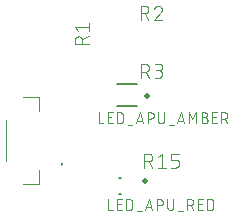
<source format=gbr>
G04 EAGLE Gerber RS-274X export*
G75*
%MOMM*%
%FSLAX34Y34*%
%LPD*%
%INSilkscreen Top*%
%IPPOS*%
%AMOC8*
5,1,8,0,0,1.08239X$1,22.5*%
G01*
%ADD10C,0.100000*%
%ADD11C,0.100000*%
%ADD12C,0.101600*%
%ADD13C,0.150000*%
%ADD14C,0.500000*%
%ADD15C,0.076200*%


D10*
X205317Y145037D03*
D11*
X205319Y144993D01*
X205325Y144950D01*
X205334Y144908D01*
X205347Y144866D01*
X205364Y144826D01*
X205384Y144787D01*
X205407Y144750D01*
X205434Y144716D01*
X205463Y144683D01*
X205496Y144654D01*
X205530Y144627D01*
X205567Y144604D01*
X205606Y144584D01*
X205646Y144567D01*
X205688Y144554D01*
X205730Y144545D01*
X205773Y144539D01*
X205817Y144537D01*
X205861Y144539D01*
X205904Y144545D01*
X205946Y144554D01*
X205988Y144567D01*
X206028Y144584D01*
X206067Y144604D01*
X206104Y144627D01*
X206138Y144654D01*
X206171Y144683D01*
X206200Y144716D01*
X206227Y144750D01*
X206250Y144787D01*
X206270Y144826D01*
X206287Y144866D01*
X206300Y144908D01*
X206309Y144950D01*
X206315Y144993D01*
X206317Y145037D01*
D10*
X206317Y145037D03*
D11*
X206315Y145081D01*
X206309Y145124D01*
X206300Y145166D01*
X206287Y145208D01*
X206270Y145248D01*
X206250Y145287D01*
X206227Y145324D01*
X206200Y145358D01*
X206171Y145391D01*
X206138Y145420D01*
X206104Y145447D01*
X206067Y145470D01*
X206028Y145490D01*
X205988Y145507D01*
X205946Y145520D01*
X205904Y145529D01*
X205861Y145535D01*
X205817Y145537D01*
X205773Y145535D01*
X205730Y145529D01*
X205688Y145520D01*
X205646Y145507D01*
X205606Y145490D01*
X205567Y145470D01*
X205530Y145447D01*
X205496Y145420D01*
X205463Y145391D01*
X205434Y145358D01*
X205407Y145324D01*
X205384Y145287D01*
X205364Y145248D01*
X205347Y145208D01*
X205334Y145166D01*
X205325Y145124D01*
X205319Y145081D01*
X205317Y145037D01*
X186667Y128387D02*
X172817Y128387D01*
X186667Y128387D02*
X186667Y140037D01*
X186667Y190037D02*
X186667Y201687D01*
X172817Y201687D01*
X158967Y182537D02*
X158967Y147537D01*
D12*
X217033Y246526D02*
X228717Y246526D01*
X217033Y246526D02*
X217033Y249772D01*
X217035Y249885D01*
X217041Y249998D01*
X217051Y250111D01*
X217065Y250224D01*
X217082Y250336D01*
X217104Y250447D01*
X217129Y250557D01*
X217159Y250667D01*
X217192Y250775D01*
X217229Y250882D01*
X217269Y250988D01*
X217314Y251092D01*
X217362Y251195D01*
X217413Y251296D01*
X217468Y251395D01*
X217526Y251492D01*
X217588Y251587D01*
X217653Y251680D01*
X217721Y251770D01*
X217792Y251858D01*
X217867Y251944D01*
X217944Y252027D01*
X218024Y252107D01*
X218107Y252184D01*
X218193Y252259D01*
X218281Y252330D01*
X218371Y252398D01*
X218464Y252463D01*
X218559Y252525D01*
X218656Y252583D01*
X218755Y252638D01*
X218856Y252689D01*
X218959Y252737D01*
X219063Y252782D01*
X219169Y252822D01*
X219276Y252859D01*
X219384Y252892D01*
X219494Y252922D01*
X219604Y252947D01*
X219715Y252969D01*
X219827Y252986D01*
X219940Y253000D01*
X220053Y253010D01*
X220166Y253016D01*
X220279Y253018D01*
X220392Y253016D01*
X220505Y253010D01*
X220618Y253000D01*
X220731Y252986D01*
X220843Y252969D01*
X220954Y252947D01*
X221064Y252922D01*
X221174Y252892D01*
X221282Y252859D01*
X221389Y252822D01*
X221495Y252782D01*
X221599Y252737D01*
X221702Y252689D01*
X221803Y252638D01*
X221902Y252583D01*
X221999Y252525D01*
X222094Y252463D01*
X222187Y252398D01*
X222277Y252330D01*
X222365Y252259D01*
X222451Y252184D01*
X222534Y252107D01*
X222614Y252027D01*
X222691Y251944D01*
X222766Y251858D01*
X222837Y251770D01*
X222905Y251680D01*
X222970Y251587D01*
X223032Y251492D01*
X223090Y251395D01*
X223145Y251296D01*
X223196Y251195D01*
X223244Y251092D01*
X223289Y250988D01*
X223329Y250882D01*
X223366Y250775D01*
X223399Y250667D01*
X223429Y250557D01*
X223454Y250447D01*
X223476Y250336D01*
X223493Y250224D01*
X223507Y250111D01*
X223517Y249998D01*
X223523Y249885D01*
X223525Y249772D01*
X223525Y246526D01*
X223525Y250421D02*
X228717Y253018D01*
X219630Y257883D02*
X217033Y261128D01*
X228717Y261128D01*
X228717Y257883D02*
X228717Y264374D01*
X272880Y267278D02*
X272880Y278962D01*
X276125Y278962D01*
X276125Y278963D02*
X276238Y278961D01*
X276351Y278955D01*
X276464Y278945D01*
X276577Y278931D01*
X276689Y278914D01*
X276800Y278892D01*
X276910Y278867D01*
X277020Y278837D01*
X277128Y278804D01*
X277235Y278767D01*
X277341Y278727D01*
X277445Y278682D01*
X277548Y278634D01*
X277649Y278583D01*
X277748Y278528D01*
X277845Y278470D01*
X277940Y278408D01*
X278033Y278343D01*
X278123Y278275D01*
X278211Y278204D01*
X278297Y278129D01*
X278380Y278052D01*
X278460Y277972D01*
X278537Y277889D01*
X278612Y277803D01*
X278683Y277715D01*
X278751Y277625D01*
X278816Y277532D01*
X278878Y277437D01*
X278936Y277340D01*
X278991Y277241D01*
X279042Y277140D01*
X279090Y277037D01*
X279135Y276933D01*
X279175Y276827D01*
X279212Y276720D01*
X279245Y276612D01*
X279275Y276502D01*
X279300Y276392D01*
X279322Y276281D01*
X279339Y276169D01*
X279353Y276056D01*
X279363Y275943D01*
X279369Y275830D01*
X279371Y275717D01*
X279369Y275604D01*
X279363Y275491D01*
X279353Y275378D01*
X279339Y275265D01*
X279322Y275153D01*
X279300Y275042D01*
X279275Y274932D01*
X279245Y274822D01*
X279212Y274714D01*
X279175Y274607D01*
X279135Y274501D01*
X279090Y274397D01*
X279042Y274294D01*
X278991Y274193D01*
X278936Y274094D01*
X278878Y273997D01*
X278816Y273902D01*
X278751Y273809D01*
X278683Y273719D01*
X278612Y273631D01*
X278537Y273545D01*
X278460Y273462D01*
X278380Y273382D01*
X278297Y273305D01*
X278211Y273230D01*
X278123Y273159D01*
X278033Y273091D01*
X277940Y273026D01*
X277845Y272964D01*
X277748Y272906D01*
X277649Y272851D01*
X277548Y272800D01*
X277445Y272752D01*
X277341Y272707D01*
X277235Y272667D01*
X277128Y272630D01*
X277020Y272597D01*
X276910Y272567D01*
X276800Y272542D01*
X276689Y272520D01*
X276577Y272503D01*
X276464Y272489D01*
X276351Y272479D01*
X276238Y272473D01*
X276125Y272471D01*
X272880Y272471D01*
X276775Y272471D02*
X279371Y267278D01*
X290727Y276041D02*
X290725Y276148D01*
X290719Y276254D01*
X290709Y276360D01*
X290696Y276466D01*
X290678Y276572D01*
X290657Y276676D01*
X290632Y276780D01*
X290603Y276883D01*
X290571Y276984D01*
X290534Y277084D01*
X290494Y277183D01*
X290451Y277281D01*
X290404Y277377D01*
X290353Y277471D01*
X290299Y277563D01*
X290242Y277653D01*
X290182Y277741D01*
X290118Y277826D01*
X290051Y277909D01*
X289981Y277990D01*
X289909Y278068D01*
X289833Y278144D01*
X289755Y278216D01*
X289674Y278286D01*
X289591Y278353D01*
X289506Y278417D01*
X289418Y278477D01*
X289328Y278534D01*
X289236Y278588D01*
X289142Y278639D01*
X289046Y278686D01*
X288948Y278729D01*
X288849Y278769D01*
X288749Y278806D01*
X288648Y278838D01*
X288545Y278867D01*
X288441Y278892D01*
X288337Y278913D01*
X288231Y278931D01*
X288125Y278944D01*
X288019Y278954D01*
X287913Y278960D01*
X287806Y278962D01*
X287685Y278960D01*
X287564Y278954D01*
X287444Y278944D01*
X287323Y278931D01*
X287204Y278913D01*
X287084Y278892D01*
X286966Y278867D01*
X286849Y278838D01*
X286732Y278805D01*
X286617Y278769D01*
X286503Y278728D01*
X286390Y278685D01*
X286278Y278637D01*
X286169Y278586D01*
X286061Y278531D01*
X285954Y278473D01*
X285850Y278412D01*
X285748Y278347D01*
X285648Y278279D01*
X285550Y278208D01*
X285454Y278134D01*
X285361Y278057D01*
X285271Y277976D01*
X285183Y277893D01*
X285098Y277807D01*
X285015Y277718D01*
X284936Y277627D01*
X284859Y277533D01*
X284786Y277437D01*
X284716Y277339D01*
X284649Y277238D01*
X284585Y277135D01*
X284525Y277030D01*
X284468Y276923D01*
X284414Y276815D01*
X284364Y276705D01*
X284318Y276593D01*
X284275Y276480D01*
X284236Y276365D01*
X289754Y273769D02*
X289833Y273846D01*
X289909Y273927D01*
X289982Y274010D01*
X290052Y274095D01*
X290119Y274183D01*
X290183Y274273D01*
X290243Y274365D01*
X290300Y274460D01*
X290354Y274556D01*
X290405Y274654D01*
X290452Y274754D01*
X290496Y274856D01*
X290536Y274959D01*
X290572Y275063D01*
X290604Y275169D01*
X290633Y275275D01*
X290658Y275383D01*
X290680Y275491D01*
X290697Y275601D01*
X290711Y275710D01*
X290720Y275820D01*
X290726Y275931D01*
X290728Y276041D01*
X289754Y273769D02*
X284236Y267278D01*
X290727Y267278D01*
X276052Y153676D02*
X276052Y141992D01*
X276052Y153676D02*
X279297Y153676D01*
X279410Y153674D01*
X279523Y153668D01*
X279636Y153658D01*
X279749Y153644D01*
X279861Y153627D01*
X279972Y153605D01*
X280082Y153580D01*
X280192Y153550D01*
X280300Y153517D01*
X280407Y153480D01*
X280513Y153440D01*
X280617Y153395D01*
X280720Y153347D01*
X280821Y153296D01*
X280920Y153241D01*
X281017Y153183D01*
X281112Y153121D01*
X281205Y153056D01*
X281295Y152988D01*
X281383Y152917D01*
X281469Y152842D01*
X281552Y152765D01*
X281632Y152685D01*
X281709Y152602D01*
X281784Y152516D01*
X281855Y152428D01*
X281923Y152338D01*
X281988Y152245D01*
X282050Y152150D01*
X282108Y152053D01*
X282163Y151954D01*
X282214Y151853D01*
X282262Y151750D01*
X282307Y151646D01*
X282347Y151540D01*
X282384Y151433D01*
X282417Y151325D01*
X282447Y151215D01*
X282472Y151105D01*
X282494Y150994D01*
X282511Y150882D01*
X282525Y150769D01*
X282535Y150656D01*
X282541Y150543D01*
X282543Y150430D01*
X282541Y150317D01*
X282535Y150204D01*
X282525Y150091D01*
X282511Y149978D01*
X282494Y149866D01*
X282472Y149755D01*
X282447Y149645D01*
X282417Y149535D01*
X282384Y149427D01*
X282347Y149320D01*
X282307Y149214D01*
X282262Y149110D01*
X282214Y149007D01*
X282163Y148906D01*
X282108Y148807D01*
X282050Y148710D01*
X281988Y148615D01*
X281923Y148522D01*
X281855Y148432D01*
X281784Y148344D01*
X281709Y148258D01*
X281632Y148175D01*
X281552Y148095D01*
X281469Y148018D01*
X281383Y147943D01*
X281295Y147872D01*
X281205Y147804D01*
X281112Y147739D01*
X281017Y147677D01*
X280920Y147619D01*
X280821Y147564D01*
X280720Y147513D01*
X280617Y147465D01*
X280513Y147420D01*
X280407Y147380D01*
X280300Y147343D01*
X280192Y147310D01*
X280082Y147280D01*
X279972Y147255D01*
X279861Y147233D01*
X279749Y147216D01*
X279636Y147202D01*
X279523Y147192D01*
X279410Y147186D01*
X279297Y147184D01*
X276052Y147184D01*
X279946Y147184D02*
X282543Y141992D01*
X287408Y151079D02*
X290654Y153676D01*
X290654Y141992D01*
X293899Y141992D02*
X287408Y141992D01*
X298838Y141992D02*
X302733Y141992D01*
X302832Y141994D01*
X302932Y142000D01*
X303031Y142009D01*
X303129Y142022D01*
X303227Y142039D01*
X303325Y142060D01*
X303421Y142085D01*
X303516Y142113D01*
X303610Y142145D01*
X303703Y142180D01*
X303795Y142219D01*
X303885Y142262D01*
X303973Y142307D01*
X304060Y142357D01*
X304144Y142409D01*
X304227Y142465D01*
X304307Y142523D01*
X304385Y142585D01*
X304460Y142650D01*
X304533Y142718D01*
X304603Y142788D01*
X304671Y142861D01*
X304736Y142936D01*
X304798Y143014D01*
X304856Y143094D01*
X304912Y143177D01*
X304964Y143261D01*
X305014Y143348D01*
X305059Y143436D01*
X305102Y143526D01*
X305141Y143618D01*
X305176Y143711D01*
X305208Y143805D01*
X305236Y143900D01*
X305261Y143996D01*
X305282Y144094D01*
X305299Y144192D01*
X305312Y144290D01*
X305321Y144389D01*
X305327Y144489D01*
X305329Y144588D01*
X305329Y145886D01*
X305327Y145985D01*
X305321Y146085D01*
X305312Y146184D01*
X305299Y146282D01*
X305282Y146380D01*
X305261Y146478D01*
X305236Y146574D01*
X305208Y146669D01*
X305176Y146763D01*
X305141Y146856D01*
X305102Y146948D01*
X305059Y147038D01*
X305014Y147126D01*
X304964Y147213D01*
X304912Y147297D01*
X304856Y147380D01*
X304798Y147460D01*
X304736Y147538D01*
X304671Y147613D01*
X304603Y147686D01*
X304533Y147756D01*
X304460Y147824D01*
X304385Y147889D01*
X304307Y147951D01*
X304227Y148009D01*
X304144Y148065D01*
X304060Y148117D01*
X303973Y148167D01*
X303885Y148212D01*
X303795Y148255D01*
X303703Y148294D01*
X303610Y148329D01*
X303516Y148361D01*
X303421Y148389D01*
X303325Y148414D01*
X303227Y148435D01*
X303129Y148452D01*
X303031Y148465D01*
X302932Y148474D01*
X302832Y148480D01*
X302733Y148482D01*
X302733Y148483D02*
X298838Y148483D01*
X298838Y153676D01*
X305329Y153676D01*
D13*
X256156Y133238D02*
X254656Y133238D01*
X254656Y119738D02*
X256156Y119738D01*
D14*
X276156Y130238D03*
D15*
X245064Y115114D02*
X245064Y105876D01*
X249170Y105876D01*
X252864Y105876D02*
X256970Y105876D01*
X252864Y105876D02*
X252864Y115114D01*
X256970Y115114D01*
X255943Y111008D02*
X252864Y111008D01*
X260647Y115114D02*
X260647Y105876D01*
X260647Y115114D02*
X263213Y115114D01*
X263311Y115112D01*
X263409Y115106D01*
X263507Y115097D01*
X263605Y115084D01*
X263702Y115067D01*
X263798Y115047D01*
X263893Y115022D01*
X263987Y114994D01*
X264080Y114963D01*
X264172Y114928D01*
X264263Y114889D01*
X264352Y114848D01*
X264439Y114802D01*
X264524Y114754D01*
X264608Y114702D01*
X264689Y114647D01*
X264769Y114589D01*
X264846Y114528D01*
X264920Y114464D01*
X264992Y114397D01*
X265062Y114327D01*
X265129Y114255D01*
X265193Y114181D01*
X265254Y114104D01*
X265312Y114024D01*
X265367Y113943D01*
X265419Y113859D01*
X265467Y113774D01*
X265513Y113687D01*
X265554Y113598D01*
X265593Y113507D01*
X265628Y113415D01*
X265659Y113322D01*
X265687Y113228D01*
X265712Y113133D01*
X265732Y113037D01*
X265749Y112940D01*
X265762Y112842D01*
X265771Y112744D01*
X265777Y112646D01*
X265779Y112548D01*
X265779Y108442D01*
X265777Y108344D01*
X265771Y108246D01*
X265762Y108148D01*
X265749Y108050D01*
X265732Y107953D01*
X265712Y107857D01*
X265687Y107762D01*
X265659Y107668D01*
X265628Y107575D01*
X265593Y107483D01*
X265554Y107392D01*
X265513Y107303D01*
X265467Y107216D01*
X265419Y107131D01*
X265367Y107047D01*
X265312Y106966D01*
X265254Y106886D01*
X265193Y106809D01*
X265129Y106735D01*
X265062Y106663D01*
X264992Y106593D01*
X264920Y106526D01*
X264846Y106462D01*
X264769Y106401D01*
X264689Y106343D01*
X264608Y106288D01*
X264524Y106236D01*
X264439Y106188D01*
X264352Y106142D01*
X264263Y106101D01*
X264172Y106062D01*
X264080Y106027D01*
X263987Y105996D01*
X263893Y105968D01*
X263798Y105943D01*
X263702Y105923D01*
X263605Y105906D01*
X263507Y105893D01*
X263409Y105884D01*
X263311Y105878D01*
X263213Y105876D01*
X260647Y105876D01*
X269560Y104850D02*
X273666Y104850D01*
X276633Y105876D02*
X279713Y115114D01*
X282792Y105876D01*
X282022Y108186D02*
X277403Y108186D01*
X286577Y105876D02*
X286577Y115114D01*
X289143Y115114D01*
X289242Y115112D01*
X289342Y115106D01*
X289441Y115097D01*
X289539Y115083D01*
X289637Y115066D01*
X289735Y115045D01*
X289831Y115020D01*
X289926Y114991D01*
X290021Y114959D01*
X290113Y114923D01*
X290205Y114884D01*
X290295Y114841D01*
X290383Y114795D01*
X290469Y114745D01*
X290553Y114692D01*
X290635Y114636D01*
X290715Y114576D01*
X290792Y114514D01*
X290867Y114448D01*
X290940Y114380D01*
X291009Y114309D01*
X291076Y114235D01*
X291140Y114159D01*
X291201Y114080D01*
X291259Y113999D01*
X291314Y113916D01*
X291365Y113831D01*
X291413Y113744D01*
X291458Y113655D01*
X291499Y113564D01*
X291537Y113472D01*
X291571Y113379D01*
X291601Y113284D01*
X291628Y113188D01*
X291651Y113091D01*
X291670Y112994D01*
X291685Y112895D01*
X291697Y112796D01*
X291705Y112697D01*
X291709Y112598D01*
X291709Y112498D01*
X291705Y112399D01*
X291697Y112300D01*
X291685Y112201D01*
X291670Y112102D01*
X291651Y112005D01*
X291628Y111908D01*
X291601Y111812D01*
X291571Y111717D01*
X291537Y111624D01*
X291499Y111532D01*
X291458Y111441D01*
X291413Y111352D01*
X291365Y111265D01*
X291314Y111180D01*
X291259Y111097D01*
X291201Y111016D01*
X291140Y110937D01*
X291076Y110861D01*
X291009Y110787D01*
X290940Y110716D01*
X290867Y110648D01*
X290792Y110582D01*
X290715Y110520D01*
X290635Y110460D01*
X290553Y110404D01*
X290469Y110351D01*
X290383Y110301D01*
X290295Y110255D01*
X290205Y110212D01*
X290113Y110173D01*
X290021Y110137D01*
X289926Y110105D01*
X289831Y110076D01*
X289735Y110051D01*
X289637Y110030D01*
X289539Y110013D01*
X289441Y109999D01*
X289342Y109990D01*
X289242Y109984D01*
X289143Y109982D01*
X286577Y109982D01*
X295447Y108442D02*
X295447Y115114D01*
X295447Y108442D02*
X295449Y108343D01*
X295455Y108243D01*
X295464Y108144D01*
X295478Y108046D01*
X295495Y107948D01*
X295516Y107850D01*
X295541Y107754D01*
X295570Y107659D01*
X295602Y107564D01*
X295638Y107472D01*
X295677Y107380D01*
X295720Y107290D01*
X295766Y107202D01*
X295816Y107116D01*
X295869Y107032D01*
X295925Y106950D01*
X295985Y106870D01*
X296047Y106793D01*
X296113Y106718D01*
X296181Y106645D01*
X296252Y106576D01*
X296326Y106509D01*
X296402Y106445D01*
X296481Y106384D01*
X296562Y106326D01*
X296645Y106271D01*
X296730Y106220D01*
X296817Y106172D01*
X296906Y106127D01*
X296997Y106086D01*
X297089Y106048D01*
X297182Y106014D01*
X297277Y105984D01*
X297373Y105957D01*
X297470Y105934D01*
X297567Y105915D01*
X297666Y105900D01*
X297765Y105888D01*
X297864Y105880D01*
X297963Y105876D01*
X298063Y105876D01*
X298162Y105880D01*
X298261Y105888D01*
X298360Y105900D01*
X298459Y105915D01*
X298556Y105934D01*
X298653Y105957D01*
X298749Y105984D01*
X298844Y106014D01*
X298937Y106048D01*
X299029Y106086D01*
X299120Y106127D01*
X299209Y106172D01*
X299296Y106220D01*
X299381Y106271D01*
X299464Y106326D01*
X299545Y106384D01*
X299624Y106445D01*
X299700Y106509D01*
X299774Y106576D01*
X299845Y106645D01*
X299913Y106718D01*
X299979Y106793D01*
X300041Y106870D01*
X300101Y106950D01*
X300157Y107032D01*
X300210Y107116D01*
X300260Y107202D01*
X300306Y107290D01*
X300349Y107380D01*
X300388Y107472D01*
X300424Y107564D01*
X300456Y107659D01*
X300485Y107754D01*
X300510Y107850D01*
X300531Y107948D01*
X300548Y108046D01*
X300562Y108144D01*
X300571Y108243D01*
X300577Y108343D01*
X300579Y108442D01*
X300579Y115114D01*
X304360Y104850D02*
X308466Y104850D01*
X312303Y105876D02*
X312303Y115114D01*
X314869Y115114D01*
X314968Y115112D01*
X315068Y115106D01*
X315167Y115097D01*
X315265Y115083D01*
X315363Y115066D01*
X315461Y115045D01*
X315557Y115020D01*
X315652Y114991D01*
X315747Y114959D01*
X315839Y114923D01*
X315931Y114884D01*
X316021Y114841D01*
X316109Y114795D01*
X316195Y114745D01*
X316279Y114692D01*
X316361Y114636D01*
X316441Y114576D01*
X316518Y114514D01*
X316593Y114448D01*
X316666Y114380D01*
X316735Y114309D01*
X316802Y114235D01*
X316866Y114159D01*
X316927Y114080D01*
X316985Y113999D01*
X317040Y113916D01*
X317091Y113831D01*
X317139Y113744D01*
X317184Y113655D01*
X317225Y113564D01*
X317263Y113472D01*
X317297Y113379D01*
X317327Y113284D01*
X317354Y113188D01*
X317377Y113091D01*
X317396Y112994D01*
X317411Y112895D01*
X317423Y112796D01*
X317431Y112697D01*
X317435Y112598D01*
X317435Y112498D01*
X317431Y112399D01*
X317423Y112300D01*
X317411Y112201D01*
X317396Y112102D01*
X317377Y112005D01*
X317354Y111908D01*
X317327Y111812D01*
X317297Y111717D01*
X317263Y111624D01*
X317225Y111532D01*
X317184Y111441D01*
X317139Y111352D01*
X317091Y111265D01*
X317040Y111180D01*
X316985Y111097D01*
X316927Y111016D01*
X316866Y110937D01*
X316802Y110861D01*
X316735Y110787D01*
X316666Y110716D01*
X316593Y110648D01*
X316518Y110582D01*
X316441Y110520D01*
X316361Y110460D01*
X316279Y110404D01*
X316195Y110351D01*
X316109Y110301D01*
X316021Y110255D01*
X315931Y110212D01*
X315839Y110173D01*
X315747Y110137D01*
X315652Y110105D01*
X315557Y110076D01*
X315461Y110051D01*
X315363Y110030D01*
X315265Y110013D01*
X315167Y109999D01*
X315068Y109990D01*
X314968Y109984D01*
X314869Y109982D01*
X312303Y109982D01*
X315383Y109982D02*
X317435Y105876D01*
X321564Y105876D02*
X325670Y105876D01*
X321564Y105876D02*
X321564Y115114D01*
X325670Y115114D01*
X324643Y111008D02*
X321564Y111008D01*
X329347Y115114D02*
X329347Y105876D01*
X329347Y115114D02*
X331913Y115114D01*
X332011Y115112D01*
X332109Y115106D01*
X332207Y115097D01*
X332305Y115084D01*
X332402Y115067D01*
X332498Y115047D01*
X332593Y115022D01*
X332687Y114994D01*
X332780Y114963D01*
X332872Y114928D01*
X332963Y114889D01*
X333052Y114848D01*
X333139Y114802D01*
X333224Y114754D01*
X333308Y114702D01*
X333389Y114647D01*
X333469Y114589D01*
X333546Y114528D01*
X333620Y114464D01*
X333692Y114397D01*
X333762Y114327D01*
X333829Y114255D01*
X333893Y114181D01*
X333954Y114104D01*
X334012Y114024D01*
X334067Y113943D01*
X334119Y113859D01*
X334167Y113774D01*
X334213Y113687D01*
X334254Y113598D01*
X334293Y113507D01*
X334328Y113415D01*
X334359Y113322D01*
X334387Y113228D01*
X334412Y113133D01*
X334432Y113037D01*
X334449Y112940D01*
X334462Y112842D01*
X334471Y112744D01*
X334477Y112646D01*
X334479Y112548D01*
X334479Y108442D01*
X334477Y108344D01*
X334471Y108246D01*
X334462Y108148D01*
X334449Y108050D01*
X334432Y107953D01*
X334412Y107857D01*
X334387Y107762D01*
X334359Y107668D01*
X334328Y107575D01*
X334293Y107483D01*
X334254Y107392D01*
X334213Y107303D01*
X334167Y107216D01*
X334119Y107131D01*
X334067Y107047D01*
X334012Y106966D01*
X333954Y106886D01*
X333893Y106809D01*
X333829Y106735D01*
X333762Y106663D01*
X333692Y106593D01*
X333620Y106526D01*
X333546Y106462D01*
X333469Y106401D01*
X333389Y106343D01*
X333308Y106288D01*
X333224Y106236D01*
X333139Y106188D01*
X333052Y106142D01*
X332963Y106101D01*
X332872Y106062D01*
X332780Y106027D01*
X332687Y105996D01*
X332593Y105968D01*
X332498Y105943D01*
X332402Y105923D01*
X332305Y105906D01*
X332207Y105893D01*
X332109Y105884D01*
X332011Y105878D01*
X331913Y105876D01*
X329347Y105876D01*
D12*
X273295Y217813D02*
X273295Y229497D01*
X276540Y229497D01*
X276540Y229498D02*
X276653Y229496D01*
X276766Y229490D01*
X276879Y229480D01*
X276992Y229466D01*
X277104Y229449D01*
X277215Y229427D01*
X277325Y229402D01*
X277435Y229372D01*
X277543Y229339D01*
X277650Y229302D01*
X277756Y229262D01*
X277860Y229217D01*
X277963Y229169D01*
X278064Y229118D01*
X278163Y229063D01*
X278260Y229005D01*
X278355Y228943D01*
X278448Y228878D01*
X278538Y228810D01*
X278626Y228739D01*
X278712Y228664D01*
X278795Y228587D01*
X278875Y228507D01*
X278952Y228424D01*
X279027Y228338D01*
X279098Y228250D01*
X279166Y228160D01*
X279231Y228067D01*
X279293Y227972D01*
X279351Y227875D01*
X279406Y227776D01*
X279457Y227675D01*
X279505Y227572D01*
X279550Y227468D01*
X279590Y227362D01*
X279627Y227255D01*
X279660Y227147D01*
X279690Y227037D01*
X279715Y226927D01*
X279737Y226816D01*
X279754Y226704D01*
X279768Y226591D01*
X279778Y226478D01*
X279784Y226365D01*
X279786Y226252D01*
X279784Y226139D01*
X279778Y226026D01*
X279768Y225913D01*
X279754Y225800D01*
X279737Y225688D01*
X279715Y225577D01*
X279690Y225467D01*
X279660Y225357D01*
X279627Y225249D01*
X279590Y225142D01*
X279550Y225036D01*
X279505Y224932D01*
X279457Y224829D01*
X279406Y224728D01*
X279351Y224629D01*
X279293Y224532D01*
X279231Y224437D01*
X279166Y224344D01*
X279098Y224254D01*
X279027Y224166D01*
X278952Y224080D01*
X278875Y223997D01*
X278795Y223917D01*
X278712Y223840D01*
X278626Y223765D01*
X278538Y223694D01*
X278448Y223626D01*
X278355Y223561D01*
X278260Y223499D01*
X278163Y223441D01*
X278064Y223386D01*
X277963Y223335D01*
X277860Y223287D01*
X277756Y223242D01*
X277650Y223202D01*
X277543Y223165D01*
X277435Y223132D01*
X277325Y223102D01*
X277215Y223077D01*
X277104Y223055D01*
X276992Y223038D01*
X276879Y223024D01*
X276766Y223014D01*
X276653Y223008D01*
X276540Y223006D01*
X273295Y223006D01*
X277189Y223006D02*
X279786Y217813D01*
X284651Y217813D02*
X287896Y217813D01*
X288009Y217815D01*
X288122Y217821D01*
X288235Y217831D01*
X288348Y217845D01*
X288460Y217862D01*
X288571Y217884D01*
X288681Y217909D01*
X288791Y217939D01*
X288899Y217972D01*
X289006Y218009D01*
X289112Y218049D01*
X289216Y218094D01*
X289319Y218142D01*
X289420Y218193D01*
X289519Y218248D01*
X289616Y218306D01*
X289711Y218368D01*
X289804Y218433D01*
X289894Y218501D01*
X289982Y218572D01*
X290068Y218647D01*
X290151Y218724D01*
X290231Y218804D01*
X290308Y218887D01*
X290383Y218973D01*
X290454Y219061D01*
X290522Y219151D01*
X290587Y219244D01*
X290649Y219339D01*
X290707Y219436D01*
X290762Y219535D01*
X290813Y219636D01*
X290861Y219739D01*
X290906Y219843D01*
X290946Y219949D01*
X290983Y220056D01*
X291016Y220164D01*
X291046Y220274D01*
X291071Y220384D01*
X291093Y220495D01*
X291110Y220607D01*
X291124Y220720D01*
X291134Y220833D01*
X291140Y220946D01*
X291142Y221059D01*
X291140Y221172D01*
X291134Y221285D01*
X291124Y221398D01*
X291110Y221511D01*
X291093Y221623D01*
X291071Y221734D01*
X291046Y221844D01*
X291016Y221954D01*
X290983Y222062D01*
X290946Y222169D01*
X290906Y222275D01*
X290861Y222379D01*
X290813Y222482D01*
X290762Y222583D01*
X290707Y222682D01*
X290649Y222779D01*
X290587Y222874D01*
X290522Y222967D01*
X290454Y223057D01*
X290383Y223145D01*
X290308Y223231D01*
X290231Y223314D01*
X290151Y223394D01*
X290068Y223471D01*
X289982Y223546D01*
X289894Y223617D01*
X289804Y223685D01*
X289711Y223750D01*
X289616Y223812D01*
X289519Y223870D01*
X289420Y223925D01*
X289319Y223976D01*
X289216Y224024D01*
X289112Y224069D01*
X289006Y224109D01*
X288899Y224146D01*
X288791Y224179D01*
X288681Y224209D01*
X288571Y224234D01*
X288460Y224256D01*
X288348Y224273D01*
X288235Y224287D01*
X288122Y224297D01*
X288009Y224303D01*
X287896Y224305D01*
X288546Y229497D02*
X284651Y229497D01*
X288546Y229497D02*
X288647Y229495D01*
X288747Y229489D01*
X288847Y229479D01*
X288947Y229466D01*
X289046Y229448D01*
X289145Y229427D01*
X289242Y229402D01*
X289339Y229373D01*
X289434Y229340D01*
X289528Y229304D01*
X289620Y229264D01*
X289711Y229221D01*
X289800Y229174D01*
X289887Y229124D01*
X289973Y229070D01*
X290056Y229013D01*
X290136Y228953D01*
X290215Y228890D01*
X290291Y228823D01*
X290364Y228754D01*
X290434Y228682D01*
X290502Y228608D01*
X290567Y228531D01*
X290628Y228451D01*
X290687Y228369D01*
X290742Y228285D01*
X290794Y228199D01*
X290843Y228111D01*
X290888Y228021D01*
X290930Y227929D01*
X290968Y227836D01*
X291002Y227741D01*
X291033Y227646D01*
X291060Y227549D01*
X291083Y227451D01*
X291103Y227352D01*
X291118Y227252D01*
X291130Y227152D01*
X291138Y227052D01*
X291142Y226951D01*
X291142Y226851D01*
X291138Y226750D01*
X291130Y226650D01*
X291118Y226550D01*
X291103Y226450D01*
X291083Y226351D01*
X291060Y226253D01*
X291033Y226156D01*
X291002Y226061D01*
X290968Y225966D01*
X290930Y225873D01*
X290888Y225781D01*
X290843Y225691D01*
X290794Y225603D01*
X290742Y225517D01*
X290687Y225433D01*
X290628Y225351D01*
X290567Y225271D01*
X290502Y225194D01*
X290434Y225120D01*
X290364Y225048D01*
X290291Y224979D01*
X290215Y224912D01*
X290136Y224849D01*
X290056Y224789D01*
X289973Y224732D01*
X289887Y224678D01*
X289800Y224628D01*
X289711Y224581D01*
X289620Y224538D01*
X289528Y224498D01*
X289434Y224462D01*
X289339Y224429D01*
X289242Y224400D01*
X289145Y224375D01*
X289046Y224354D01*
X288947Y224336D01*
X288847Y224323D01*
X288747Y224313D01*
X288647Y224307D01*
X288546Y224305D01*
X285949Y224305D01*
D13*
X269713Y194281D02*
X252713Y194281D01*
X252713Y212281D02*
X269713Y212281D01*
D14*
X278463Y202281D03*
D15*
X237262Y188613D02*
X237262Y179375D01*
X241368Y179375D01*
X245062Y179375D02*
X249168Y179375D01*
X245062Y179375D02*
X245062Y188613D01*
X249168Y188613D01*
X248141Y184507D02*
X245062Y184507D01*
X252844Y188613D02*
X252844Y179375D01*
X252844Y188613D02*
X255410Y188613D01*
X255508Y188611D01*
X255606Y188605D01*
X255704Y188596D01*
X255802Y188583D01*
X255899Y188566D01*
X255995Y188546D01*
X256090Y188521D01*
X256184Y188493D01*
X256277Y188462D01*
X256369Y188427D01*
X256460Y188388D01*
X256549Y188347D01*
X256636Y188301D01*
X256721Y188253D01*
X256805Y188201D01*
X256886Y188146D01*
X256966Y188088D01*
X257043Y188027D01*
X257117Y187963D01*
X257189Y187896D01*
X257259Y187826D01*
X257326Y187754D01*
X257390Y187680D01*
X257451Y187603D01*
X257509Y187523D01*
X257564Y187442D01*
X257616Y187358D01*
X257664Y187273D01*
X257710Y187186D01*
X257751Y187097D01*
X257790Y187006D01*
X257825Y186914D01*
X257856Y186821D01*
X257884Y186727D01*
X257909Y186632D01*
X257929Y186536D01*
X257946Y186439D01*
X257959Y186341D01*
X257968Y186243D01*
X257974Y186145D01*
X257976Y186047D01*
X257977Y186047D02*
X257977Y181941D01*
X257976Y181941D02*
X257974Y181843D01*
X257968Y181745D01*
X257959Y181647D01*
X257946Y181549D01*
X257929Y181452D01*
X257909Y181356D01*
X257884Y181261D01*
X257856Y181167D01*
X257825Y181074D01*
X257790Y180982D01*
X257751Y180891D01*
X257710Y180802D01*
X257664Y180715D01*
X257616Y180630D01*
X257564Y180546D01*
X257509Y180465D01*
X257451Y180385D01*
X257390Y180308D01*
X257326Y180234D01*
X257259Y180162D01*
X257189Y180092D01*
X257117Y180025D01*
X257043Y179961D01*
X256966Y179900D01*
X256886Y179842D01*
X256805Y179787D01*
X256721Y179735D01*
X256636Y179687D01*
X256549Y179641D01*
X256460Y179600D01*
X256369Y179561D01*
X256277Y179526D01*
X256184Y179495D01*
X256090Y179467D01*
X255995Y179442D01*
X255899Y179422D01*
X255802Y179405D01*
X255704Y179392D01*
X255606Y179383D01*
X255508Y179377D01*
X255410Y179375D01*
X252844Y179375D01*
X261758Y178349D02*
X265863Y178349D01*
X268831Y179375D02*
X271910Y188613D01*
X274990Y179375D01*
X274220Y181685D02*
X269601Y181685D01*
X278774Y179375D02*
X278774Y188613D01*
X281341Y188613D01*
X281440Y188611D01*
X281540Y188605D01*
X281639Y188596D01*
X281737Y188582D01*
X281835Y188565D01*
X281933Y188544D01*
X282029Y188519D01*
X282124Y188490D01*
X282219Y188458D01*
X282311Y188422D01*
X282403Y188383D01*
X282493Y188340D01*
X282581Y188294D01*
X282667Y188244D01*
X282751Y188191D01*
X282833Y188135D01*
X282913Y188075D01*
X282990Y188013D01*
X283065Y187947D01*
X283138Y187879D01*
X283207Y187808D01*
X283274Y187734D01*
X283338Y187658D01*
X283399Y187579D01*
X283457Y187498D01*
X283512Y187415D01*
X283563Y187330D01*
X283611Y187243D01*
X283656Y187154D01*
X283697Y187063D01*
X283735Y186971D01*
X283769Y186878D01*
X283799Y186783D01*
X283826Y186687D01*
X283849Y186590D01*
X283868Y186493D01*
X283883Y186394D01*
X283895Y186295D01*
X283903Y186196D01*
X283907Y186097D01*
X283907Y185997D01*
X283903Y185898D01*
X283895Y185799D01*
X283883Y185700D01*
X283868Y185601D01*
X283849Y185504D01*
X283826Y185407D01*
X283799Y185311D01*
X283769Y185216D01*
X283735Y185123D01*
X283697Y185031D01*
X283656Y184940D01*
X283611Y184851D01*
X283563Y184764D01*
X283512Y184679D01*
X283457Y184596D01*
X283399Y184515D01*
X283338Y184436D01*
X283274Y184360D01*
X283207Y184286D01*
X283138Y184215D01*
X283065Y184147D01*
X282990Y184081D01*
X282913Y184019D01*
X282833Y183959D01*
X282751Y183903D01*
X282667Y183850D01*
X282581Y183800D01*
X282493Y183754D01*
X282403Y183711D01*
X282311Y183672D01*
X282219Y183636D01*
X282124Y183604D01*
X282029Y183575D01*
X281933Y183550D01*
X281835Y183529D01*
X281737Y183512D01*
X281639Y183498D01*
X281540Y183489D01*
X281440Y183483D01*
X281341Y183481D01*
X278774Y183481D01*
X287644Y181941D02*
X287644Y188613D01*
X287644Y181941D02*
X287646Y181842D01*
X287652Y181742D01*
X287661Y181643D01*
X287675Y181545D01*
X287692Y181447D01*
X287713Y181349D01*
X287738Y181253D01*
X287767Y181158D01*
X287799Y181063D01*
X287835Y180971D01*
X287874Y180879D01*
X287917Y180789D01*
X287963Y180701D01*
X288013Y180615D01*
X288066Y180531D01*
X288122Y180449D01*
X288182Y180369D01*
X288244Y180292D01*
X288310Y180217D01*
X288378Y180144D01*
X288449Y180075D01*
X288523Y180008D01*
X288599Y179944D01*
X288678Y179883D01*
X288759Y179825D01*
X288842Y179770D01*
X288927Y179719D01*
X289014Y179671D01*
X289103Y179626D01*
X289194Y179585D01*
X289286Y179547D01*
X289379Y179513D01*
X289474Y179483D01*
X289570Y179456D01*
X289667Y179433D01*
X289764Y179414D01*
X289863Y179399D01*
X289962Y179387D01*
X290061Y179379D01*
X290160Y179375D01*
X290260Y179375D01*
X290359Y179379D01*
X290458Y179387D01*
X290557Y179399D01*
X290656Y179414D01*
X290753Y179433D01*
X290850Y179456D01*
X290946Y179483D01*
X291041Y179513D01*
X291134Y179547D01*
X291226Y179585D01*
X291317Y179626D01*
X291406Y179671D01*
X291493Y179719D01*
X291578Y179770D01*
X291661Y179825D01*
X291742Y179883D01*
X291821Y179944D01*
X291897Y180008D01*
X291971Y180075D01*
X292042Y180144D01*
X292110Y180217D01*
X292176Y180292D01*
X292238Y180369D01*
X292298Y180449D01*
X292354Y180531D01*
X292407Y180615D01*
X292457Y180701D01*
X292503Y180789D01*
X292546Y180879D01*
X292585Y180971D01*
X292621Y181063D01*
X292653Y181158D01*
X292682Y181253D01*
X292707Y181349D01*
X292728Y181447D01*
X292745Y181545D01*
X292759Y181643D01*
X292768Y181742D01*
X292774Y181842D01*
X292776Y181941D01*
X292776Y188613D01*
X296557Y178349D02*
X300663Y178349D01*
X303631Y179375D02*
X306710Y188613D01*
X309790Y179375D01*
X309020Y181685D02*
X304401Y181685D01*
X313531Y179375D02*
X313531Y188613D01*
X316610Y183481D01*
X319690Y188613D01*
X319690Y179375D01*
X324374Y184507D02*
X326940Y184507D01*
X327039Y184505D01*
X327139Y184499D01*
X327238Y184490D01*
X327336Y184476D01*
X327434Y184459D01*
X327532Y184438D01*
X327628Y184413D01*
X327723Y184384D01*
X327818Y184352D01*
X327910Y184316D01*
X328002Y184277D01*
X328092Y184234D01*
X328180Y184188D01*
X328266Y184138D01*
X328350Y184085D01*
X328432Y184029D01*
X328512Y183969D01*
X328589Y183907D01*
X328664Y183841D01*
X328737Y183773D01*
X328806Y183702D01*
X328873Y183628D01*
X328937Y183552D01*
X328998Y183473D01*
X329056Y183392D01*
X329111Y183309D01*
X329162Y183224D01*
X329210Y183137D01*
X329255Y183048D01*
X329296Y182957D01*
X329334Y182865D01*
X329368Y182772D01*
X329398Y182677D01*
X329425Y182581D01*
X329448Y182484D01*
X329467Y182387D01*
X329482Y182288D01*
X329494Y182189D01*
X329502Y182090D01*
X329506Y181991D01*
X329506Y181891D01*
X329502Y181792D01*
X329494Y181693D01*
X329482Y181594D01*
X329467Y181495D01*
X329448Y181398D01*
X329425Y181301D01*
X329398Y181205D01*
X329368Y181110D01*
X329334Y181017D01*
X329296Y180925D01*
X329255Y180834D01*
X329210Y180745D01*
X329162Y180658D01*
X329111Y180573D01*
X329056Y180490D01*
X328998Y180409D01*
X328937Y180330D01*
X328873Y180254D01*
X328806Y180180D01*
X328737Y180109D01*
X328664Y180041D01*
X328589Y179975D01*
X328512Y179913D01*
X328432Y179853D01*
X328350Y179797D01*
X328266Y179744D01*
X328180Y179694D01*
X328092Y179648D01*
X328002Y179605D01*
X327910Y179566D01*
X327818Y179530D01*
X327723Y179498D01*
X327628Y179469D01*
X327532Y179444D01*
X327434Y179423D01*
X327336Y179406D01*
X327238Y179392D01*
X327139Y179383D01*
X327039Y179377D01*
X326940Y179375D01*
X324374Y179375D01*
X324374Y188613D01*
X326940Y188613D01*
X327030Y188611D01*
X327119Y188605D01*
X327208Y188595D01*
X327296Y188582D01*
X327384Y188564D01*
X327471Y188543D01*
X327557Y188518D01*
X327642Y188489D01*
X327726Y188457D01*
X327808Y188421D01*
X327888Y188381D01*
X327967Y188338D01*
X328043Y188291D01*
X328118Y188242D01*
X328190Y188189D01*
X328260Y188133D01*
X328327Y188074D01*
X328392Y188012D01*
X328454Y187947D01*
X328513Y187880D01*
X328569Y187810D01*
X328622Y187738D01*
X328671Y187663D01*
X328718Y187587D01*
X328761Y187508D01*
X328801Y187428D01*
X328837Y187346D01*
X328869Y187262D01*
X328898Y187177D01*
X328923Y187091D01*
X328944Y187004D01*
X328962Y186916D01*
X328975Y186828D01*
X328985Y186739D01*
X328991Y186650D01*
X328993Y186560D01*
X328991Y186470D01*
X328985Y186381D01*
X328975Y186292D01*
X328962Y186204D01*
X328944Y186116D01*
X328923Y186029D01*
X328898Y185943D01*
X328869Y185858D01*
X328837Y185774D01*
X328801Y185692D01*
X328761Y185612D01*
X328718Y185534D01*
X328671Y185457D01*
X328622Y185382D01*
X328569Y185310D01*
X328513Y185240D01*
X328454Y185173D01*
X328392Y185108D01*
X328327Y185046D01*
X328260Y184987D01*
X328190Y184931D01*
X328118Y184878D01*
X328043Y184829D01*
X327967Y184782D01*
X327888Y184739D01*
X327808Y184699D01*
X327726Y184663D01*
X327642Y184631D01*
X327557Y184602D01*
X327471Y184577D01*
X327384Y184556D01*
X327296Y184538D01*
X327208Y184525D01*
X327119Y184515D01*
X327030Y184509D01*
X326940Y184507D01*
X333262Y179375D02*
X337367Y179375D01*
X333262Y179375D02*
X333262Y188613D01*
X337367Y188613D01*
X336341Y184507D02*
X333262Y184507D01*
X341101Y188613D02*
X341101Y179375D01*
X341101Y188613D02*
X343667Y188613D01*
X343766Y188611D01*
X343866Y188605D01*
X343965Y188596D01*
X344063Y188582D01*
X344161Y188565D01*
X344259Y188544D01*
X344355Y188519D01*
X344450Y188490D01*
X344545Y188458D01*
X344637Y188422D01*
X344729Y188383D01*
X344819Y188340D01*
X344907Y188294D01*
X344993Y188244D01*
X345077Y188191D01*
X345159Y188135D01*
X345239Y188075D01*
X345316Y188013D01*
X345391Y187947D01*
X345464Y187879D01*
X345533Y187808D01*
X345600Y187734D01*
X345664Y187658D01*
X345725Y187579D01*
X345783Y187498D01*
X345838Y187415D01*
X345889Y187330D01*
X345937Y187243D01*
X345982Y187154D01*
X346023Y187063D01*
X346061Y186971D01*
X346095Y186878D01*
X346125Y186783D01*
X346152Y186687D01*
X346175Y186590D01*
X346194Y186493D01*
X346209Y186394D01*
X346221Y186295D01*
X346229Y186196D01*
X346233Y186097D01*
X346233Y185997D01*
X346229Y185898D01*
X346221Y185799D01*
X346209Y185700D01*
X346194Y185601D01*
X346175Y185504D01*
X346152Y185407D01*
X346125Y185311D01*
X346095Y185216D01*
X346061Y185123D01*
X346023Y185031D01*
X345982Y184940D01*
X345937Y184851D01*
X345889Y184764D01*
X345838Y184679D01*
X345783Y184596D01*
X345725Y184515D01*
X345664Y184436D01*
X345600Y184360D01*
X345533Y184286D01*
X345464Y184215D01*
X345391Y184147D01*
X345316Y184081D01*
X345239Y184019D01*
X345159Y183959D01*
X345077Y183903D01*
X344993Y183850D01*
X344907Y183800D01*
X344819Y183754D01*
X344729Y183711D01*
X344637Y183672D01*
X344545Y183636D01*
X344450Y183604D01*
X344355Y183575D01*
X344259Y183550D01*
X344161Y183529D01*
X344063Y183512D01*
X343965Y183498D01*
X343866Y183489D01*
X343766Y183483D01*
X343667Y183481D01*
X341101Y183481D01*
X344180Y183481D02*
X346233Y179375D01*
M02*

</source>
